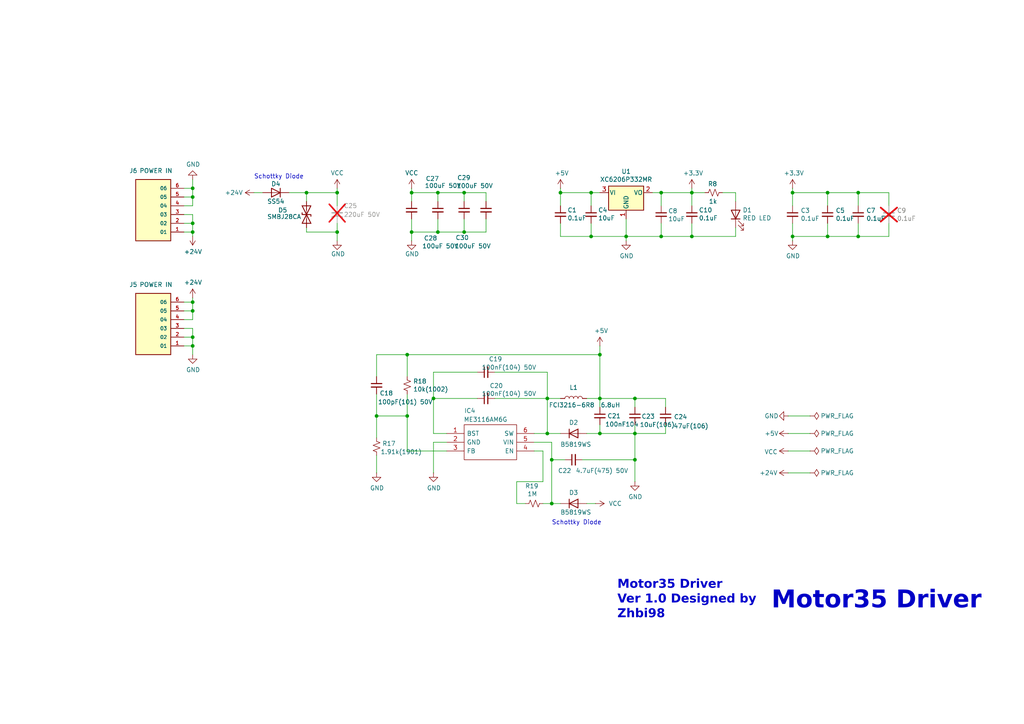
<source format=kicad_sch>
(kicad_sch (version 20231120) (generator "eeschema") (generator_version "8.0")
  (paper "A4")
  (lib_symbols
    (symbol "3rd_Connector_Generic:CONN_1x6P" (pin_names (offset 1.016))
      (property "Reference" "J" (at 0 8.89 0))
      (property "Value" "CONN_1x6P" (at -5.08 -12.7 0))
      (symbol "CONN_1x6P_0_0"
        (rectangle (start -5.08 7.62) (end 5.08 -10.16) (stroke (width 0.254)) (fill (type background)))
        (pin passive line (at -8.89 5.08 0) (length 3.81) (name "01") (number "1"))
        (pin passive line (at -8.89 2.54 0) (length 3.81) (name "02") (number "2"))
        (pin passive line (at -8.89 0 0) (length 3.81) (name "03") (number "3"))
        (pin passive line (at -8.89 -2.54 0) (length 3.81) (name "04") (number "4"))
        (pin passive line (at -8.89 -5.08 0) (length 3.81) (name "05") (number "5"))
        (pin passive line (at -8.89 -7.62 0) (length 3.81) (name "06") (number "6"))
      )
    )
    (symbol "3rd_Converter_DCDC:ME3116AM6G" (pin_names (offset 0.762))
      (property "Reference" "IC" (at 21.59 7.62 0))
      (property "Value" "ME3116AM6G" (at 21.59 5.08 0))
      (symbol "ME3116AM6G_0_0"
        (pin passive line (at 0 0 0) (length 5.08) (name "BST") (number "1"))
        (pin passive line (at 0 -2.54 0) (length 5.08) (name "GND") (number "2"))
        (pin passive line (at 0 -5.08 0) (length 5.08) (name "FB") (number "3"))
        (pin passive line (at 25.4 -5.08 180) (length 5.08) (name "EN") (number "4"))
        (pin passive line (at 25.4 -2.54 180) (length 5.08) (name "VIN") (number "5"))
        (pin passive line (at 25.4 0 180) (length 5.08) (name "SW") (number "6"))
      )
      (symbol "ME3116AM6G_0_1"
        (polyline (pts (xy 5.08 2.54) (xy 20.32 2.54) (xy 20.32 -7.62) (xy 5.08 -7.62) (xy 5.08 2.54)) (stroke (width 0.1524)))
      )
    )
    (symbol "CONN_1x6P_1" (pin_names (offset 1.016))
      (property "Reference" "J" (at 0 8.89 0))
      (property "Value" "CONN_1x6P" (at -5.08 -12.7 0))
      (symbol "CONN_1x6P_1_0_0"
        (rectangle (start -5.08 7.62) (end 5.08 -10.16) (stroke (width 0.254)) (fill (type background)))
        (pin passive line (at -8.89 5.08 0) (length 3.81) (name "01") (number "1"))
        (pin passive line (at -8.89 2.54 0) (length 3.81) (name "02") (number "2"))
        (pin passive line (at -8.89 0 0) (length 3.81) (name "03") (number "3"))
        (pin passive line (at -8.89 -2.54 0) (length 3.81) (name "04") (number "4"))
        (pin passive line (at -8.89 -5.08 0) (length 3.81) (name "05") (number "5"))
        (pin passive line (at -8.89 -7.62 0) (length 3.81) (name "06") (number "6"))
      )
    )
    (symbol "Device:C_Polarized_Small_US" (pin_numbers hide) (pin_names (offset 0.254) hide)
      (property "Reference" "C" (at 0.254 1.778 0))
      (property "Value" "C_Polarized_Small_US" (at 0.254 -2.032 0))
      (symbol "C_Polarized_Small_US_0_1"
        (polyline (pts (xy -1.524 0.508) (xy 1.524 0.508)) (stroke (width 0.3048)))
        (polyline (pts (xy -1.27 1.524) (xy -0.762 1.524)))
        (polyline (pts (xy -1.016 1.27) (xy -1.016 1.778)))
        (arc (start 1.524 -0.762) (mid 0 -0.3734) (end -1.524 -0.762) (stroke (width 0.3048)))
      )
      (symbol "C_Polarized_Small_US_1_1"
        (pin passive line (at 0 2.54 270) (length 2.032) (name "~") (number "1"))
        (pin passive line (at 0 -2.54 90) (length 2.032) (name "~") (number "2"))
      )
    )
    (symbol "Device:C_Small" (pin_numbers hide) (pin_names (offset 0.254) hide)
      (property "Reference" "C" (at 0.254 1.778 0))
      (property "Value" "C_Small" (at 0.254 -2.032 0))
      (symbol "C_Small_0_1"
        (polyline (pts (xy -1.524 -0.508) (xy 1.524 -0.508)) (stroke (width 0.3302)))
        (polyline (pts (xy -1.524 0.508) (xy 1.524 0.508)) (stroke (width 0.3048)))
      )
      (symbol "C_Small_1_1"
        (pin passive line (at 0 2.54 270) (length 2.032) (name "~") (number "1"))
        (pin passive line (at 0 -2.54 90) (length 2.032) (name "~") (number "2"))
      )
    )
    (symbol "Device:L" (pin_numbers hide) (pin_names (offset 1.016) hide)
      (property "Reference" "L" (at -1.27 0 90))
      (property "Value" "L" (at 1.905 0 90))
      (symbol "L_0_1"
        (arc (start 0 -2.54) (mid 0.6323 -1.905) (end 0 -1.27))
        (arc (start 0 -1.27) (mid 0.6323 -0.635) (end 0 0))
        (arc (start 0 0) (mid 0.6323 0.635) (end 0 1.27))
        (arc (start 0 1.27) (mid 0.6323 1.905) (end 0 2.54))
      )
      (symbol "L_1_1"
        (pin passive line (at 0 3.81 270) (length 1.27) (name "1") (number "1"))
        (pin passive line (at 0 -3.81 90) (length 1.27) (name "2") (number "2"))
      )
    )
    (symbol "Device:LED" (pin_numbers hide) (pin_names (offset 1.016) hide)
      (property "Reference" "D" (at 0 2.54 0))
      (property "Value" "LED" (at 0 -2.54 0))
      (symbol "LED_0_1"
        (polyline (pts (xy -1.27 -1.27) (xy -1.27 1.27)) (stroke (width 0.254)))
        (polyline (pts (xy -1.27 0) (xy 1.27 0)))
        (polyline (pts (xy 1.27 -1.27) (xy 1.27 1.27) (xy -1.27 0) (xy 1.27 -1.27)) (stroke (width 0.254)))
        (polyline (pts (xy -3.048 -0.762) (xy -4.572 -2.286) (xy -3.81 -2.286) (xy -4.572 -2.286) (xy -4.572 -1.524)))
        (polyline (pts (xy -1.778 -0.762) (xy -3.302 -2.286) (xy -2.54 -2.286) (xy -3.302 -2.286) (xy -3.302 -1.524)))
      )
      (symbol "LED_1_1"
        (pin passive line (at -3.81 0 0) (length 2.54) (name "K") (number "1"))
        (pin passive line (at 3.81 0 180) (length 2.54) (name "A") (number "2"))
      )
    )
    (symbol "Device:R_Small_US" (pin_numbers hide) (pin_names (offset 0.254) hide)
      (property "Reference" "R" (at 0.762 0.508 0))
      (property "Value" "R_Small_US" (at 0.762 -1.016 0))
      (symbol "R_Small_US_1_1"
        (polyline (pts (xy 0 0) (xy 1.016 -0.381) (xy 0 -0.762) (xy -1.016 -1.143) (xy 0 -1.524)))
        (polyline (pts (xy 0 1.524) (xy 1.016 1.143) (xy 0 0.762) (xy -1.016 0.381) (xy 0 0)))
        (pin passive line (at 0 2.54 270) (length 1.016) (name "~") (number "1"))
        (pin passive line (at 0 -2.54 90) (length 1.016) (name "~") (number "2"))
      )
    )
    (symbol "Diode:1N630xCA" (pin_numbers hide) (pin_names (offset 1.016) hide)
      (property "Reference" "D" (at 0 2.54 0))
      (property "Value" "1N630xCA" (at 0 -2.54 0))
      (symbol "1N630xCA_0_1"
        (polyline (pts (xy 1.27 0) (xy -1.27 0)))
        (polyline (pts (xy -2.54 -1.27) (xy 0 0) (xy -2.54 1.27) (xy -2.54 -1.27)) (stroke (width 0.254)))
        (polyline (pts (xy 0.508 1.27) (xy 0 1.27) (xy 0 -1.27) (xy -0.508 -1.27)) (stroke (width 0.254)))
        (polyline (pts (xy 2.54 1.27) (xy 2.54 -1.27) (xy 0 0) (xy 2.54 1.27)) (stroke (width 0.254)))
      )
      (symbol "1N630xCA_1_1"
        (pin passive line (at -3.81 0 0) (length 2.54) (name "A1") (number "1"))
        (pin passive line (at 3.81 0 180) (length 2.54) (name "A2") (number "2"))
      )
    )
    (symbol "Diode:1N914" (pin_numbers hide) (pin_names hide)
      (property "Reference" "D" (at 0 2.54 0))
      (property "Value" "1N914" (at 0 -2.54 0))
      (symbol "1N914_0_1"
        (polyline (pts (xy -1.27 1.27) (xy -1.27 -1.27)) (stroke (width 0.254)))
        (polyline (pts (xy 1.27 0) (xy -1.27 0)))
        (polyline (pts (xy 1.27 1.27) (xy 1.27 -1.27) (xy -1.27 0) (xy 1.27 1.27)) (stroke (width 0.254)))
      )
      (symbol "1N914_1_1"
        (pin passive line (at -3.81 0 0) (length 2.54) (name "K") (number "1"))
        (pin passive line (at 3.81 0 180) (length 2.54) (name "A") (number "2"))
      )
    )
    (symbol "Regulator_Linear:XC6206PxxxMR" (pin_names (offset 0.254))
      (property "Reference" "U" (at -3.81 3.175 0))
      (property "Value" "XC6206PxxxMR" (at 0 3.175 0))
      (symbol "XC6206PxxxMR_0_1"
        (rectangle (start -5.08 1.905) (end 5.08 -5.08) (stroke (width 0.254)) (fill (type background)))
      )
      (symbol "XC6206PxxxMR_1_1"
        (pin power_in line (at 0 -7.62 90) (length 2.54) (name "GND") (number "1"))
        (pin power_out line (at 7.62 0 180) (length 2.54) (name "VO") (number "2"))
        (pin power_in line (at -7.62 0 0) (length 2.54) (name "VI") (number "3"))
      )
    )
    (symbol "power:+24V" (power) (pin_numbers hide) (pin_names (offset 0) hide)
      (property "Value" "+24V" (at 0 3.556 0))
      (symbol "+24V_0_1"
        (polyline (pts (xy -0.762 1.27) (xy 0 2.54)))
        (polyline (pts (xy 0 0) (xy 0 2.54)))
        (polyline (pts (xy 0 2.54) (xy 0.762 1.27)))
      )
      (symbol "+24V_1_1"
        (pin power_in line (at 0 0 90) (length 0) (name "~") (number "1"))
      )
    )
    (symbol "power:+3.3V" (power) (pin_numbers hide) (pin_names (offset 0) hide)
      (property "Value" "+3.3V" (at 0 3.556 0))
      (symbol "+3.3V_0_1"
        (polyline (pts (xy -0.762 1.27) (xy 0 2.54)))
        (polyline (pts (xy 0 0) (xy 0 2.54)))
        (polyline (pts (xy 0 2.54) (xy 0.762 1.27)))
      )
      (symbol "+3.3V_1_1"
        (pin power_in line (at 0 0 90) (length 0) (name "~") (number "1"))
      )
    )
    (symbol "power:+5V" (power) (pin_numbers hide) (pin_names (offset 0) hide)
      (property "Value" "+5V" (at 0 3.556 0))
      (symbol "+5V_0_1"
        (polyline (pts (xy -0.762 1.27) (xy 0 2.54)))
        (polyline (pts (xy 0 0) (xy 0 2.54)))
        (polyline (pts (xy 0 2.54) (xy 0.762 1.27)))
      )
      (symbol "+5V_1_1"
        (pin power_in line (at 0 0 90) (length 0) (name "~") (number "1"))
      )
    )
    (symbol "power:GND" (power) (pin_numbers hide) (pin_names (offset 0) hide)
      (property "Value" "GND" (at 0 -3.81 0))
      (symbol "GND_0_1"
        (polyline (pts (xy 0 0) (xy 0 -1.27) (xy 1.27 -1.27) (xy 0 -2.54) (xy -1.27 -1.27) (xy 0 -1.27)))
      )
      (symbol "GND_1_1"
        (pin power_in line (at 0 0 270) (length 0) (name "~") (number "1"))
      )
    )
    (symbol "power:PWR_FLAG" (power) (pin_numbers hide) (pin_names (offset 0) hide)
      (property "Value" "PWR_FLAG" (at 0 3.81 0))
      (symbol "PWR_FLAG_0_0"
        (pin power_out line (at 0 0 90) (length 0) (name "~") (number "1"))
      )
      (symbol "PWR_FLAG_0_1"
        (polyline (pts (xy 0 0) (xy 0 1.27) (xy -1.016 1.905) (xy 0 2.54) (xy 1.016 1.905) (xy 0 1.27)))
      )
    )
    (symbol "power:VCC" (power) (pin_numbers hide) (pin_names (offset 0) hide)
      (property "Value" "VCC" (at 0 3.556 0))
      (symbol "VCC_0_1"
        (polyline (pts (xy -0.762 1.27) (xy 0 2.54)))
        (polyline (pts (xy 0 0) (xy 0 2.54)))
        (polyline (pts (xy 0 2.54) (xy 0.762 1.27)))
      )
      (symbol "VCC_1_1"
        (pin power_in line (at 0 0 90) (length 0) (name "~") (number "1"))
      )
    )
  )
  (junction (at 55.88 64.77))
  (junction (at 173.99 102.87))
  (junction (at 191.77 55.88))
  (junction (at 173.99 115.57))
  (junction (at 134.62 67.31))
  (junction (at 118.11 120.65))
  (junction (at 55.88 90.17))
  (junction (at 134.62 55.88))
  (junction (at 55.88 67.31))
  (junction (at 127 67.31))
  (junction (at 229.87 55.88))
  (junction (at 158.75 125.73))
  (junction (at 173.99 125.73))
  (junction (at 191.77 68.58))
  (junction (at 88.9 55.88))
  (junction (at 181.61 68.58))
  (junction (at 160.02 146.05))
  (junction (at 55.88 87.63))
  (junction (at 118.11 102.87))
  (junction (at 55.88 97.79))
  (junction (at 240.03 55.88))
  (junction (at 200.66 68.58))
  (junction (at 158.75 115.57))
  (junction (at 55.88 54.61))
  (junction (at 200.66 55.88))
  (junction (at 119.38 55.88))
  (junction (at 248.92 55.88))
  (junction (at 171.45 68.58))
  (junction (at 127 55.88))
  (junction (at 248.92 68.58))
  (junction (at 125.73 115.57))
  (junction (at 184.15 125.73))
  (junction (at 240.03 68.58))
  (junction (at 97.79 67.31))
  (junction (at 119.38 67.31))
  (junction (at 109.22 120.65))
  (junction (at 97.79 55.88))
  (junction (at 162.56 55.88))
  (junction (at 160.02 133.35))
  (junction (at 55.88 100.33))
  (junction (at 229.87 68.58))
  (junction (at 171.45 55.88))
  (junction (at 184.15 133.35))
  (junction (at 184.15 115.57))
  (junction (at 55.88 57.15))
  (wire (pts (xy 97.79 54.61) (xy 97.79 55.88)))
  (wire (pts (xy 109.22 120.65) (xy 109.22 127)))
  (wire (pts (xy 143.51 107.95) (xy 158.75 107.95)))
  (wire (pts (xy 171.45 55.88) (xy 173.99 55.88)))
  (wire (pts (xy 138.43 115.57) (xy 125.73 115.57)))
  (wire (pts (xy 229.87 54.61) (xy 229.87 55.88)))
  (wire (pts (xy 53.34 57.15) (xy 55.88 57.15)))
  (wire (pts (xy 200.66 55.88) (xy 204.47 55.88)))
  (wire (pts (xy 184.15 123.19) (xy 184.15 125.73)))
  (wire (pts (xy 257.81 68.58) (xy 257.81 64.77)))
  (wire (pts (xy 184.15 133.35) (xy 184.15 139.7)))
  (wire (pts (xy 240.03 68.58) (xy 248.92 68.58)))
  (wire (pts (xy 229.87 55.88) (xy 229.87 59.69)))
  (wire (pts (xy 53.34 54.61) (xy 55.88 54.61)))
  (wire (pts (xy 119.38 67.31) (xy 119.38 69.85)))
  (wire (pts (xy 234.95 130.81) (xy 228.6 130.81)))
  (wire (pts (xy 53.34 92.71) (xy 55.88 92.71)))
  (wire (pts (xy 55.88 54.61) (xy 55.88 52.07)))
  (wire (pts (xy 129.54 125.73) (xy 125.73 125.73)))
  (wire (pts (xy 173.99 115.57) (xy 173.99 118.11)))
  (wire (pts (xy 55.88 57.15) (xy 55.88 54.61)))
  (wire (pts (xy 158.75 115.57) (xy 158.75 125.73)))
  (wire (pts (xy 200.66 59.69) (xy 200.66 55.88)))
  (wire (pts (xy 149.86 139.7) (xy 157.48 139.7)))
  (wire (pts (xy 160.02 133.35) (xy 163.83 133.35)))
  (wire (pts (xy 240.03 64.77) (xy 240.03 68.58)))
  (wire (pts (xy 173.99 115.57) (xy 184.15 115.57)))
  (wire (pts (xy 162.56 64.77) (xy 162.56 68.58)))
  (wire (pts (xy 53.34 95.25) (xy 55.88 95.25)))
  (wire (pts (xy 134.62 67.31) (xy 140.97 67.31)))
  (wire (pts (xy 55.88 64.77) (xy 55.88 67.31)))
  (wire (pts (xy 154.94 130.81) (xy 157.48 130.81)))
  (wire (pts (xy 55.88 57.15) (xy 55.88 59.69)))
  (wire (pts (xy 248.92 64.77) (xy 248.92 68.58)))
  (wire (pts (xy 53.34 64.77) (xy 55.88 64.77)))
  (wire (pts (xy 181.61 68.58) (xy 191.77 68.58)))
  (wire (pts (xy 55.88 90.17) (xy 55.88 92.71)))
  (wire (pts (xy 173.99 100.33) (xy 173.99 102.87)))
  (wire (pts (xy 125.73 107.95) (xy 125.73 115.57)))
  (wire (pts (xy 191.77 68.58) (xy 200.66 68.58)))
  (wire (pts (xy 97.79 67.31) (xy 88.9 67.31)))
  (wire (pts (xy 171.45 64.77) (xy 171.45 68.58)))
  (wire (pts (xy 127 67.31) (xy 134.62 67.31)))
  (wire (pts (xy 97.79 55.88) (xy 88.9 55.88)))
  (wire (pts (xy 229.87 64.77) (xy 229.87 68.58)))
  (wire (pts (xy 248.92 55.88) (xy 240.03 55.88)))
  (wire (pts (xy 170.18 146.05) (xy 172.72 146.05)))
  (wire (pts (xy 248.92 59.69) (xy 248.92 55.88)))
  (wire (pts (xy 184.15 115.57) (xy 193.04 115.57)))
  (wire (pts (xy 173.99 102.87) (xy 173.99 115.57)))
  (wire (pts (xy 53.34 100.33) (xy 55.88 100.33)))
  (wire (pts (xy 119.38 54.61) (xy 119.38 55.88)))
  (wire (pts (xy 171.45 59.69) (xy 171.45 55.88)))
  (wire (pts (xy 134.62 55.88) (xy 127 55.88)))
  (wire (pts (xy 162.56 55.88) (xy 162.56 59.69)))
  (wire (pts (xy 200.66 55.88) (xy 200.66 54.61)))
  (wire (pts (xy 193.04 123.19) (xy 193.04 125.73)))
  (wire (pts (xy 119.38 55.88) (xy 119.38 58.42)))
  (wire (pts (xy 53.34 62.23) (xy 55.88 62.23)))
  (wire (pts (xy 125.73 128.27) (xy 129.54 128.27)))
  (wire (pts (xy 257.81 59.69) (xy 257.81 55.88)))
  (wire (pts (xy 158.75 125.73) (xy 154.94 125.73)))
  (wire (pts (xy 173.99 125.73) (xy 170.18 125.73)))
  (wire (pts (xy 193.04 118.11) (xy 193.04 115.57)))
  (wire (pts (xy 55.88 67.31) (xy 55.88 68.58)))
  (wire (pts (xy 234.95 120.65) (xy 228.6 120.65)))
  (wire (pts (xy 229.87 68.58) (xy 240.03 68.58)))
  (wire (pts (xy 181.61 69.85) (xy 181.61 68.58)))
  (wire (pts (xy 184.15 115.57) (xy 184.15 118.11)))
  (wire (pts (xy 162.56 68.58) (xy 171.45 68.58)))
  (wire (pts (xy 55.88 97.79) (xy 55.88 100.33)))
  (wire (pts (xy 118.11 114.3) (xy 118.11 120.65)))
  (wire (pts (xy 160.02 133.35) (xy 160.02 146.05)))
  (wire (pts (xy 109.22 120.65) (xy 118.11 120.65)))
  (wire (pts (xy 134.62 63.5) (xy 134.62 67.31)))
  (wire (pts (xy 213.36 68.58) (xy 213.36 66.04)))
  (wire (pts (xy 191.77 64.77) (xy 191.77 68.58)))
  (wire (pts (xy 109.22 102.87) (xy 109.22 109.22)))
  (wire (pts (xy 229.87 68.58) (xy 229.87 69.85)))
  (wire (pts (xy 119.38 67.31) (xy 127 67.31)))
  (wire (pts (xy 184.15 125.73) (xy 193.04 125.73)))
  (wire (pts (xy 170.18 115.57) (xy 173.99 115.57)))
  (wire (pts (xy 109.22 114.3) (xy 109.22 120.65)))
  (wire (pts (xy 55.88 100.33) (xy 55.88 102.87)))
  (wire (pts (xy 140.97 55.88) (xy 140.97 58.42)))
  (wire (pts (xy 213.36 58.42) (xy 213.36 55.88)))
  (wire (pts (xy 125.73 107.95) (xy 138.43 107.95)))
  (wire (pts (xy 158.75 125.73) (xy 162.56 125.73)))
  (wire (pts (xy 157.48 146.05) (xy 160.02 146.05)))
  (wire (pts (xy 240.03 59.69) (xy 240.03 55.88)))
  (wire (pts (xy 171.45 68.58) (xy 181.61 68.58)))
  (wire (pts (xy 119.38 63.5) (xy 119.38 67.31)))
  (wire (pts (xy 162.56 54.61) (xy 162.56 55.88)))
  (wire (pts (xy 168.91 133.35) (xy 184.15 133.35)))
  (wire (pts (xy 184.15 125.73) (xy 184.15 133.35)))
  (wire (pts (xy 88.9 55.88) (xy 88.9 58.42)))
  (wire (pts (xy 118.11 102.87) (xy 173.99 102.87)))
  (wire (pts (xy 53.34 87.63) (xy 55.88 87.63)))
  (wire (pts (xy 157.48 130.81) (xy 157.48 139.7)))
  (wire (pts (xy 173.99 123.19) (xy 173.99 125.73)))
  (wire (pts (xy 118.11 102.87) (xy 118.11 109.22)))
  (wire (pts (xy 143.51 115.57) (xy 158.75 115.57)))
  (wire (pts (xy 53.34 59.69) (xy 55.88 59.69)))
  (wire (pts (xy 55.88 97.79) (xy 55.88 95.25)))
  (wire (pts (xy 209.55 55.88) (xy 213.36 55.88)))
  (wire (pts (xy 53.34 97.79) (xy 55.88 97.79)))
  (wire (pts (xy 55.88 64.77) (xy 55.88 62.23)))
  (wire (pts (xy 234.95 125.73) (xy 228.6 125.73)))
  (wire (pts (xy 140.97 63.5) (xy 140.97 67.31)))
  (wire (pts (xy 88.9 66.04) (xy 88.9 67.31)))
  (wire (pts (xy 127 63.5) (xy 127 67.31)))
  (wire (pts (xy 53.34 67.31) (xy 55.88 67.31)))
  (wire (pts (xy 160.02 128.27) (xy 160.02 133.35)))
  (wire (pts (xy 125.73 115.57) (xy 125.73 125.73)))
  (wire (pts (xy 53.34 90.17) (xy 55.88 90.17)))
  (wire (pts (xy 240.03 55.88) (xy 229.87 55.88)))
  (wire (pts (xy 257.81 55.88) (xy 248.92 55.88)))
  (wire (pts (xy 248.92 68.58) (xy 257.81 68.58)))
  (wire (pts (xy 200.66 64.77) (xy 200.66 68.58)))
  (wire (pts (xy 162.56 55.88) (xy 171.45 55.88)))
  (wire (pts (xy 189.23 55.88) (xy 191.77 55.88)))
  (wire (pts (xy 152.4 146.05) (xy 149.86 146.05)))
  (wire (pts (xy 140.97 55.88) (xy 134.62 55.88)))
  (wire (pts (xy 191.77 59.69) (xy 191.77 55.88)))
  (wire (pts (xy 55.88 90.17) (xy 55.88 87.63)))
  (wire (pts (xy 191.77 55.88) (xy 200.66 55.88)))
  (wire (pts (xy 234.95 137.16) (xy 228.6 137.16)))
  (wire (pts (xy 154.94 128.27) (xy 160.02 128.27)))
  (wire (pts (xy 83.82 55.88) (xy 88.9 55.88)))
  (wire (pts (xy 97.79 67.31) (xy 97.79 69.85)))
  (wire (pts (xy 127 55.88) (xy 127 58.42)))
  (wire (pts (xy 97.79 64.77) (xy 97.79 67.31)))
  (wire (pts (xy 200.66 68.58) (xy 213.36 68.58)))
  (wire (pts (xy 118.11 130.81) (xy 129.54 130.81)))
  (wire (pts (xy 173.99 125.73) (xy 184.15 125.73)))
  (wire (pts (xy 109.22 102.87) (xy 118.11 102.87)))
  (wire (pts (xy 73.66 55.88) (xy 76.2 55.88)))
  (wire (pts (xy 158.75 107.95) (xy 158.75 115.57)))
  (wire (pts (xy 118.11 120.65) (xy 118.11 130.81)))
  (wire (pts (xy 134.62 55.88) (xy 134.62 58.42)))
  (wire (pts (xy 181.61 63.5) (xy 181.61 68.58)))
  (wire (pts (xy 109.22 132.08) (xy 109.22 137.16)))
  (wire (pts (xy 158.75 115.57) (xy 162.56 115.57)))
  (wire (pts (xy 127 55.88) (xy 119.38 55.88)))
  (wire (pts (xy 55.88 87.63) (xy 55.88 86.36)))
  (wire (pts (xy 97.79 55.88) (xy 97.79 59.69)))
  (wire (pts (xy 125.73 128.27) (xy 125.73 137.16)))
  (wire (pts (xy 160.02 146.05) (xy 162.56 146.05)))
  (wire (pts (xy 149.86 146.05) (xy 149.86 139.7)))
  (text "Schottky Diode" (at 160.02 152.4 0) (effects (font (size 1.27 1.27)) (justify left bottom)))
  (text "Motor35 Driver\nVer 1.0 Designed by\nZhbi98" (at 179.07 180.34 0) (effects (font (size 2.54 2.54) (bold yes)) (justify left bottom)))
  (text "Schottky Diode" (at 73.66 52.07 0) (effects (font (size 1.27 1.27)) (justify left bottom)))
  (text "Motor35 Driver" (at 223.774 178.562 0) (effects (font (size 5.08 5.08) (thickness 0.508) (bold yes) (italic yes)) (justify left bottom)))
  (symbol (lib_id "Device:C_Small") (at 240.03 62.23 0) (unit 1)
    (property "Reference" "C5" (at 242.3668 61.0616 0) (effects (justify left)))
    (property "Value" "0.1uF" (at 242.3668 63.373 0) (effects (justify left)))
    (property "Footprint" "Capacitor_SMD:C_0603_1608Metric" (effects (hide yes)))
    (property "Description" "Unpolarized capacitor, small symbol" (effects (hide yes)))
  )
  (symbol (lib_id "Device:C_Small") (at 119.38 60.96 0) (unit 1)
    (property "Reference" "C27" (at 123.444 51.816 0) (effects (justify left)))
    (property "Value" "100uF 50V" (at 123.19 53.848 0) (effects (justify left)))
    (property "Footprint" "Capacitor_SMD:C_1206_3216Metric" (effects (hide yes)))
    (property "Description" "Unpolarized capacitor, small symbol" (effects (hide yes)))
  )
  (symbol (lib_id "power:GND") (at 55.88 52.07 0) (mirror x) (unit 1)
    (property "Reference" "#PWR051" (effects (hide yes)))
    (property "Value" "GND" (at 56.007 47.6758 0))
    (property "Description" "Power symbol creates a global label with name \"GND\" , ground" (effects (hide yes)))
  )
  (symbol (lib_id "Device:C_Small") (at 200.66 62.23 0) (unit 1)
    (property "Reference" "C10" (at 202.692 60.9346 0) (effects (justify left)))
    (property "Value" "0.1uF" (at 202.692 63.246 0) (effects (justify left)))
    (property "Footprint" "Capacitor_SMD:C_0603_1608Metric" (effects (hide yes)))
    (property "Description" "Unpolarized capacitor, small symbol" (effects (hide yes)))
  )
  (symbol (lib_id "power:+5V") (at 228.6 125.73 90) (unit 1)
    (property "Reference" "#PWR050" (effects (hide yes)))
    (property "Value" "+5V" (at 223.774 125.73 90))
    (property "Description" "Power symbol creates a global label with name \"+5V\"" (effects (hide yes)))
  )
  (symbol (lib_id "Device:C_Small") (at 193.04 120.65 0) (unit 1)
    (property "Reference" "C24" (at 195.453 120.904 0) (effects (justify left)))
    (property "Value" "47uF(106)" (at 195.326 123.571 0) (effects (justify left)))
    (property "Footprint" "Capacitor_SMD:C_0603_1608Metric" (effects (hide yes)))
    (property "Description" "Unpolarized capacitor, small symbol" (effects (hide yes)))
  )
  (symbol (lib_id "Diode:1N914") (at 80.01 55.88 180) (unit 1)
    (property "Reference" "D4" (at 80.01 53.34 0))
    (property "Value" "SS54" (at 80.01 58.42 0))
    (property "Footprint" "Diode_SMD:D_SMA" (effects (hide yes)))
    (property "Datasheet" "http://www.vishay.com/docs/85622/1n914.pdf" (effects (hide yes)))
    (property "Description" "100V 0.3A Small Signal Fast Switching Diode, DO-35" (effects (hide yes)))
    (property "Sim.Device" "D" (effects (hide yes)))
    (property "Sim.Pins" "1=K 2=A" (effects (hide yes)))
  )
  (symbol (lib_id "Device:C_Small") (at 127 60.96 0) (unit 1)
    (property "Reference" "C28" (at 122.936 69.088 0) (effects (justify left)))
    (property "Value" "100uF 50V" (at 122.428 71.374 0) (effects (justify left)))
    (property "Footprint" "Capacitor_SMD:C_1206_3216Metric" (effects (hide yes)))
    (property "Description" "Unpolarized capacitor, small symbol" (effects (hide yes)))
  )
  (symbol (lib_id "3rd_Converter_DCDC:ME3116AM6G") (at 129.54 125.73 0) (unit 1)
    (property "Reference" "IC4" (at 136.271 119.126 0))
    (property "Value" "ME3116AM6G" (at 140.843 121.666 0))
    (property "Footprint" "3rd_Converter_DCDC:SOT-23-6_L2.7-W2.2-P0.95_ME3116AM6G" (effects (hide yes)))
    (property "Datasheet" "https://componentsearchengine.com/Datasheets/1/ME3116AM6G.pdf" (effects (hide yes)))
    (property "Description" "Switching Voltage Regulators 600mA 36V 2MHz Non-sync Buck" (effects (hide yes)))
    (property "Height" "1.45" (effects (hide yes)))
    (property "Manufacturer_Name" "Monolithic Power Systems (MPS)" (effects (hide yes)))
    (property "Manufacturer_Part_Number" "ME3116AM6G" (effects (hide yes)))
    (property "Mouser Part Number" "946-MP2451DTLFZ" (effects (hide yes)))
    (property "Mouser Price/Stock" "https://www.mouser.co.uk/ProductDetail/Monolithic-Power-Systems-MPS/ME3116AM6G?qs=rC7bBWoQAAn%252B7%252BeP%252Btpamw%3D%3D" (effects (hide yes)))
  )
  (symbol (lib_id "Device:C_Small") (at 140.97 60.96 0) (unit 1)
    (property "Reference" "C30" (at 132.1054 68.9356 0) (effects (justify left)))
    (property "Value" "100uF 50V" (at 131.826 71.374 0) (effects (justify left)))
    (property "Footprint" "Capacitor_SMD:C_1206_3216Metric" (effects (hide yes)))
    (property "Description" "Unpolarized capacitor, small symbol" (effects (hide yes)))
  )
  (symbol (lib_id "power:VCC") (at 228.6 130.81 90) (unit 1)
    (property "Reference" "#PWR049" (effects (hide yes)))
    (property "Value" "VCC" (at 225.552 131.064 90) (effects (justify left)))
    (property "Description" "Power symbol creates a global label with name \"VCC\"" (effects (hide yes)))
  )
  (symbol (lib_id "power:VCC") (at 172.72 146.05 270) (unit 1)
    (property "Reference" "#PWR035" (effects (hide yes)))
    (property "Value" "VCC" (at 176.53 146.0499 90) (effects (justify left)))
    (property "Description" "Power symbol creates a global label with name \"VCC\"" (effects (hide yes)))
  )
  (symbol (lib_id "Device:R_Small_US") (at 118.11 111.76 0) (unit 1)
    (property "Reference" "R18" (at 119.8372 110.5916 0) (effects (justify left)))
    (property "Value" "10k(1002)" (at 119.8372 112.903 0) (effects (justify left)))
    (property "Footprint" "Resistor_SMD:R_0603_1608Metric" (effects (hide yes)))
    (property "Description" "Resistor, small US symbol" (effects (hide yes)))
  )
  (symbol (lib_id "power:PWR_FLAG") (at 234.95 120.65 270) (unit 1)
    (property "Reference" "#FLG04" (effects (hide yes)))
    (property "Value" "PWR_FLAG" (at 242.824 120.65 90))
    (property "Description" "Special symbol for telling ERC where power comes from" (effects (hide yes)))
  )
  (symbol (lib_id "Device:R_Small_US") (at 109.22 129.54 0) (unit 1)
    (property "Reference" "R17" (at 110.871 128.651 0) (effects (justify left)))
    (property "Value" "1.91k(1901)" (at 110.363 131.064 0) (effects (justify left)))
    (property "Footprint" "Resistor_SMD:R_0603_1608Metric" (effects (hide yes)))
    (property "Description" "Resistor, small US symbol" (effects (hide yes)))
  )
  (symbol (lib_id "Device:C_Polarized_Small_US") (at 97.79 62.23 0) (unit 1) (in_bom no) (on_board no) (dnp yes)
    (property "Reference" "C25" (at 99.695 59.69 0) (effects (justify left)))
    (property "Value" "220uF 50V" (at 99.695 62.23 0) (effects (justify left)))
    (property "Footprint" "Capacitor_SMD:CP_Elec_4x3" (effects (hide yes)))
    (property "Description" "Polarized capacitor, small US symbol" (effects (hide yes)))
  )
  (symbol (lib_id "Diode:1N914") (at 166.37 146.05 0) (unit 1)
    (property "Reference" "D3" (at 166.37 142.875 0))
    (property "Value" "B5819WS" (at 167.005 148.59 0))
    (property "Footprint" "Diode_SMD:D_0805_2012Metric" (effects (hide yes)))
    (property "Datasheet" "http://www.vishay.com/docs/85622/1n914.pdf" (effects (hide yes)))
    (property "Description" "100V 0.3A Small Signal Fast Switching Diode, DO-35" (effects (hide yes)))
    (property "Sim.Device" "D" (effects (hide yes)))
    (property "Sim.Pins" "1=K 2=A" (effects (hide yes)))
  )
  (symbol (lib_id "Device:C_Small") (at 171.45 62.23 0) (unit 1)
    (property "Reference" "C4" (at 173.482 60.9346 0) (effects (justify left)))
    (property "Value" "10uF" (at 173.482 63.246 0) (effects (justify left)))
    (property "Footprint" "Capacitor_SMD:C_0603_1608Metric" (effects (hide yes)))
    (property "Description" "Unpolarized capacitor, small symbol" (effects (hide yes)))
  )
  (symbol (lib_id "Regulator_Linear:XC6206PxxxMR") (at 181.61 55.88 0) (unit 1)
    (property "Reference" "U1" (at 181.61 49.7332 0))
    (property "Value" "XC6206P332MR" (at 181.61 52.0446 0))
    (property "Footprint" "Package_TO_SOT_SMD:SOT-23" (effects (hide yes)))
    (property "Datasheet" "https://www.torexsemi.com/file/xc6206/XC6206.pdf" (effects (hide yes)))
    (property "Description" "Positive 60-250mA Low Dropout Regulator, Fixed Output, SOT-23" (effects (hide yes)))
  )
  (symbol (lib_id "power:VCC") (at 97.79 54.61 0) (unit 1)
    (property "Reference" "#PWR037" (effects (hide yes)))
    (property "Value" "VCC" (at 95.885 50.165 0) (effects (justify left)))
    (property "Description" "Power symbol creates a global label with name \"VCC\"" (effects (hide yes)))
  )
  (symbol (lib_id "Device:C_Small") (at 248.92 62.23 0) (unit 1)
    (property "Reference" "C7" (at 251.2568 61.0616 0) (effects (justify left)))
    (property "Value" "0.1uF" (at 251.2568 63.373 0) (effects (justify left)))
    (property "Footprint" "Capacitor_SMD:C_0603_1608Metric" (effects (hide yes)))
    (property "Description" "Unpolarized capacitor, small symbol" (effects (hide yes)))
  )
  (symbol (lib_id "power:+24V") (at 228.6 137.16 90) (unit 1)
    (property "Reference" "#PWR048" (effects (hide yes)))
    (property "Value" "+24V" (at 225.552 137.16 90) (effects (justify left)))
    (property "Description" "Power symbol creates a global label with name \"+24V\"" (effects (hide yes)))
  )
  (symbol (lib_id "Device:C_Small") (at 166.37 133.35 90) (unit 1)
    (property "Reference" "C22" (at 165.735 136.525 90) (effects (justify left)))
    (property "Value" "4.7uF(475) 50V" (at 182.245 136.525 90) (effects (justify left)))
    (property "Footprint" "Capacitor_SMD:C_1206_3216Metric" (effects (hide yes)))
    (property "Description" "Unpolarized capacitor, small symbol" (effects (hide yes)))
  )
  (symbol (lib_id "power:GND") (at 184.15 139.7 0) (unit 1)
    (property "Reference" "#PWR036" (effects (hide yes)))
    (property "Value" "GND" (at 184.277 144.0942 0))
    (property "Description" "Power symbol creates a global label with name \"GND\" , ground" (effects (hide yes)))
  )
  (symbol (lib_id "Diode:1N914") (at 166.37 125.73 0) (unit 1)
    (property "Reference" "D2" (at 166.37 122.555 0))
    (property "Value" "B5819WS" (at 167.005 128.905 0))
    (property "Footprint" "Diode_SMD:D_0805_2012Metric" (effects (hide yes)))
    (property "Datasheet" "http://www.vishay.com/docs/85622/1n914.pdf" (effects (hide yes)))
    (property "Description" "100V 0.3A Small Signal Fast Switching Diode, DO-35" (effects (hide yes)))
    (property "Sim.Device" "D" (effects (hide yes)))
    (property "Sim.Pins" "1=K 2=A" (effects (hide yes)))
  )
  (symbol (lib_id "3rd_Connector_Generic:CONN_1x6P") (at 44.45 95.25 180) (unit 1)
    (property "Reference" "J5" (at 39.878 82.55 0) (effects (justify left)))
    (property "Value" "POWER IN" (at 50.038 82.55 0) (effects (justify left)))
    (property "Footprint" "3rd_Connector_JST_SMD:CONN-SMD_1x6P-P2.0-H_WAFER-PH2.0-6PWB" (effects (hide yes)))
    (property "MANUFACTURER" "SAMTEC" (effects (hide yes)))
  )
  (symbol (lib_id "power:+24V") (at 73.66 55.88 90) (unit 1)
    (property "Reference" "#PWR0108" (effects (hide yes)))
    (property "Value" "+24V" (at 70.485 55.8799 90) (effects (justify left)))
    (property "Description" "Power symbol creates a global label with name \"+24V\"" (effects (hide yes)))
  )
  (symbol (lib_id "power:+5V") (at 162.56 54.61 0) (unit 1)
    (property "Reference" "#PWR010" (effects (hide yes)))
    (property "Value" "+5V" (at 162.941 50.2158 0))
    (property "Description" "Power symbol creates a global label with name \"+5V\"" (effects (hide yes)))
  )
  (symbol (lib_id "power:GND") (at 181.61 69.85 0) (unit 1)
    (property "Reference" "#PWR019" (effects (hide yes)))
    (property "Value" "GND" (at 181.737 74.2442 0))
    (property "Description" "Power symbol creates a global label with name \"GND\" , ground" (effects (hide yes)))
  )
  (symbol (lib_id "power:+3.3V") (at 200.66 54.61 0) (unit 1)
    (property "Reference" "#PWR020" (effects (hide yes)))
    (property "Value" "+3.3V" (at 201.041 50.2158 0))
    (property "Description" "Power symbol creates a global label with name \"+3.3V\"" (effects (hide yes)))
  )
  (symbol (lib_id "power:+3.3V") (at 229.87 54.61 0) (unit 1)
    (property "Reference" "#PWR011" (effects (hide yes)))
    (property "Value" "+3.3V" (at 230.251 50.2158 0))
    (property "Description" "Power symbol creates a global label with name \"+3.3V\"" (effects (hide yes)))
  )
  (symbol (lib_id "Device:C_Small") (at 229.87 62.23 0) (unit 1)
    (property "Reference" "C3" (at 232.2068 61.0616 0) (effects (justify left)))
    (property "Value" "0.1uF" (at 232.2068 63.373 0) (effects (justify left)))
    (property "Footprint" "Capacitor_SMD:C_0603_1608Metric" (effects (hide yes)))
    (property "Description" "Unpolarized capacitor, small symbol" (effects (hide yes)))
  )
  (symbol (lib_id "Device:LED") (at 213.36 62.23 90) (unit 1)
    (property "Reference" "D1" (at 215.392 60.9346 90) (effects (justify right)))
    (property "Value" "RED LED" (at 215.392 63.246 90) (effects (justify right)))
    (property "Footprint" "LED_SMD:LED_0603_1608Metric" (effects (hide yes)))
    (property "Description" "Light emitting diode" (effects (hide yes)))
  )
  (symbol (lib_id "Device:C_Small") (at 191.77 62.23 0) (unit 1)
    (property "Reference" "C8" (at 193.802 61.1886 0) (effects (justify left)))
    (property "Value" "10uF" (at 193.802 63.5 0) (effects (justify left)))
    (property "Footprint" "Capacitor_SMD:C_0603_1608Metric" (effects (hide yes)))
    (property "Description" "Unpolarized capacitor, small symbol" (effects (hide yes)))
  )
  (symbol (lib_id "Device:R_Small_US") (at 154.94 146.05 90) (unit 1)
    (property "Reference" "R19" (at 156.21 140.97 90) (effects (justify left)))
    (property "Value" "1M" (at 155.829 143.256 90) (effects (justify left)))
    (property "Footprint" "Resistor_SMD:R_0603_1608Metric" (effects (hide yes)))
    (property "Description" "Resistor, small US symbol" (effects (hide yes)))
  )
  (symbol (lib_id "power:GND") (at 125.73 137.16 0) (unit 1)
    (property "Reference" "#PWR033" (effects (hide yes)))
    (property "Value" "GND" (at 125.857 141.5542 0))
    (property "Description" "Power symbol creates a global label with name \"GND\" , ground" (effects (hide yes)))
  )
  (symbol (lib_id "power:PWR_FLAG") (at 234.95 137.16 270) (unit 1)
    (property "Reference" "#FLG06" (effects (hide yes)))
    (property "Value" "PWR_FLAG" (at 242.824 137.16 90))
    (property "Description" "Special symbol for telling ERC where power comes from" (effects (hide yes)))
  )
  (symbol (lib_id "power:GND") (at 229.87 69.85 0) (unit 1)
    (property "Reference" "#PWR014" (effects (hide yes)))
    (property "Value" "GND" (at 229.997 74.2442 0))
    (property "Description" "Power symbol creates a global label with name \"GND\" , ground" (effects (hide yes)))
  )
  (symbol (lib_name "CONN_1x6P_1") (lib_id "3rd_Connector_Generic:CONN_1x6P") (at 44.45 62.23 180) (unit 1)
    (property "Reference" "J6" (at 39.878 49.53 0) (effects (justify left)))
    (property "Value" "POWER IN" (at 50.038 49.53 0) (effects (justify left)))
    (property "Footprint" "3rd_Connector_JST_SMD:CONN-SMD_1x6P-P2.0-H_WAFER-PH2.0-6PWB" (effects (hide yes)))
    (property "MANUFACTURER" "SAMTEC" (effects (hide yes)))
  )
  (symbol (lib_id "power:+24V") (at 55.88 86.36 0) (unit 1)
    (property "Reference" "#PWR01" (effects (hide yes)))
    (property "Value" "+24V" (at 53.34 81.915 0) (effects (justify left)))
    (property "Description" "Power symbol creates a global label with name \"+24V\"" (effects (hide yes)))
  )
  (symbol (lib_id "power:GND") (at 55.88 102.87 0) (unit 1)
    (property "Reference" "#PWR02" (effects (hide yes)))
    (property "Value" "GND" (at 56.007 107.2642 0))
    (property "Description" "Power symbol creates a global label with name \"GND\" , ground" (effects (hide yes)))
  )
  (symbol (lib_id "Device:C_Small") (at 162.56 62.23 0) (unit 1)
    (property "Reference" "C1" (at 164.592 60.9346 0) (effects (justify left)))
    (property "Value" "0.1uF" (at 164.592 63.246 0) (effects (justify left)))
    (property "Footprint" "Capacitor_SMD:C_0603_1608Metric" (effects (hide yes)))
    (property "Description" "Unpolarized capacitor, small symbol" (effects (hide yes)))
  )
  (symbol (lib_id "power:VCC") (at 119.38 54.61 0) (unit 1)
    (property "Reference" "#PWR045" (effects (hide yes)))
    (property "Value" "VCC" (at 117.475 50.165 0) (effects (justify left)))
    (property "Description" "Power symbol creates a global label with name \"VCC\"" (effects (hide yes)))
  )
  (symbol (lib_id "Device:C_Small") (at 140.97 107.95 90) (unit 1)
    (property "Reference" "C19" (at 145.669 104.14 90) (effects (justify left)))
    (property "Value" "100nF(104) 50V" (at 155.575 106.553 90) (effects (justify left)))
    (property "Footprint" "Capacitor_SMD:C_0603_1608Metric" (effects (hide yes)))
    (property "Description" "Unpolarized capacitor, small symbol" (effects (hide yes)))
  )
  (symbol (lib_id "Device:C_Small") (at 140.97 115.57 90) (unit 1)
    (property "Reference" "C20" (at 145.923 111.887 90) (effects (justify left)))
    (property "Value" "100nF(104) 50V" (at 155.575 114.173 90) (effects (justify left)))
    (property "Footprint" "Capacitor_SMD:C_0603_1608Metric" (effects (hide yes)))
    (property "Description" "Unpolarized capacitor, small symbol" (effects (hide yes)))
  )
  (symbol (lib_id "Device:C_Small") (at 109.22 111.76 0) (unit 1)
    (property "Reference" "C18" (at 110.109 114.046 0) (effects (justify left)))
    (property "Value" "100pF(101) 50V" (at 109.601 116.586 0) (effects (justify left)))
    (property "Footprint" "Capacitor_SMD:C_0603_1608Metric" (effects (hide yes)))
    (property "Description" "Unpolarized capacitor, small symbol" (effects (hide yes)))
  )
  (symbol (lib_id "power:GND") (at 119.38 69.85 0) (unit 1)
    (property "Reference" "#PWR054" (effects (hide yes)))
    (property "Value" "GND" (at 117.475 73.66 0) (effects (justify left)))
    (property "Description" "Power symbol creates a global label with name \"GND\" , ground" (effects (hide yes)))
  )
  (symbol (lib_id "power:+5V") (at 173.99 100.33 0) (unit 1)
    (property "Reference" "#PWR034" (effects (hide yes)))
    (property "Value" "+5V" (at 174.371 95.9358 0))
    (property "Description" "Power symbol creates a global label with name \"+5V\"" (effects (hide yes)))
  )
  (symbol (lib_id "Device:C_Small") (at 184.15 120.65 0) (unit 1)
    (property "Reference" "C23" (at 186.055 120.777 0) (effects (justify left)))
    (property "Value" "10uF(106)" (at 185.547 123.19 0) (effects (justify left)))
    (property "Footprint" "Capacitor_SMD:C_0603_1608Metric" (effects (hide yes)))
    (property "Description" "Unpolarized capacitor, small symbol" (effects (hide yes)))
  )
  (symbol (lib_id "power:GND") (at 109.22 137.16 0) (unit 1)
    (property "Reference" "#PWR032" (effects (hide yes)))
    (property "Value" "GND" (at 109.347 141.5542 0))
    (property "Description" "Power symbol creates a global label with name \"GND\" , ground" (effects (hide yes)))
  )
  (symbol (lib_id "power:PWR_FLAG") (at 234.95 125.73 270) (unit 1)
    (property "Reference" "#FLG03" (effects (hide yes)))
    (property "Value" "PWR_FLAG" (at 242.824 125.73 90))
    (property "Description" "Special symbol for telling ERC where power comes from" (effects (hide yes)))
  )
  (symbol (lib_id "power:GND") (at 228.6 120.65 270) (unit 1)
    (property "Reference" "#PWR052" (effects (hide yes)))
    (property "Value" "GND" (at 223.774 120.65 90))
    (property "Description" "Power symbol creates a global label with name \"GND\" , ground" (effects (hide yes)))
  )
  (symbol (lib_id "Diode:1N630xCA") (at 88.9 62.23 90) (unit 1)
    (property "Reference" "D5" (at 80.645 60.96 90) (effects (justify right)))
    (property "Value" "SMBJ28CA" (at 77.47 62.865 90) (effects (justify right)))
    (property "Footprint" "Diode_SMD:D_SMB" (effects (hide yes)))
    (property "Datasheet" "https://www.vishay.com/docs/88301/15ke.pdf" (effects (hide yes)))
    (property "Description" "1500W bidirectional TRANSZORB® Transient Voltage Suppressor, DO-201AE" (effects (hide yes)))
  )
  (symbol (lib_id "Device:C_Small") (at 134.62 60.96 0) (unit 1)
    (property "Reference" "C29" (at 132.588 51.562 0) (effects (justify left)))
    (property "Value" "100uF 50V" (at 132.4356 53.8988 0) (effects (justify left)))
    (property "Footprint" "Capacitor_SMD:C_1206_3216Metric" (effects (hide yes)))
    (property "Description" "Unpolarized capacitor, small symbol" (effects (hide yes)))
  )
  (symbol (lib_id "power:GND") (at 97.79 69.85 0) (unit 1)
    (property "Reference" "#PWR038" (effects (hide yes)))
    (property "Value" "GND" (at 98.044 73.66 0))
    (property "Description" "Power symbol creates a global label with name \"GND\" , ground" (effects (hide yes)))
  )
  (symbol (lib_id "Device:C_Small") (at 257.81 62.23 0) (unit 1) (in_bom no) (on_board no) (dnp yes)
    (property "Reference" "C9" (at 260.1468 61.0616 0) (effects (justify left)))
    (property "Value" "0.1uF" (at 260.1468 63.373 0) (effects (justify left)))
    (property "Footprint" "Capacitor_SMD:C_0603_1608Metric" (effects (hide yes)))
    (property "Description" "Unpolarized capacitor, small symbol" (effects (hide yes)))
  )
  (symbol (lib_id "Device:C_Small") (at 173.99 120.65 0) (unit 1)
    (property "Reference" "C21" (at 176.149 120.65 0) (effects (justify left)))
    (property "Value" "100nF104" (at 175.514 123.063 0) (effects (justify left)))
    (property "Footprint" "Capacitor_SMD:C_0603_1608Metric" (effects (hide yes)))
    (property "Description" "Unpolarized capacitor, small symbol" (effects (hide yes)))
  )
  (symbol (lib_id "Device:R_Small_US") (at 207.01 55.88 90) (unit 1)
    (property "Reference" "R8" (at 208.026 53.34 90) (effects (justify left)))
    (property "Value" "1k" (at 208.026 58.42 90) (effects (justify left)))
    (property "Footprint" "Resistor_SMD:R_0603_1608Metric" (effects (hide yes)))
    (property "Description" "Resistor, small US symbol" (effects (hide yes)))
  )
  (symbol (lib_id "power:+24V") (at 55.88 68.58 0) (mirror x) (unit 1)
    (property "Reference" "#PWR044" (effects (hide yes)))
    (property "Value" "+24V" (at 53.34 73.025 0) (effects (justify left)))
    (property "Description" "Power symbol creates a global label with name \"+24V\"" (effects (hide yes)))
  )
  (symbol (lib_id "power:PWR_FLAG") (at 234.95 130.81 270) (unit 1)
    (property "Reference" "#FLG05" (effects (hide yes)))
    (property "Value" "PWR_FLAG" (at 242.824 130.81 90))
    (property "Description" "Special symbol for telling ERC where power comes from" (effects (hide yes)))
  )
  (symbol (lib_id "Device:L") (at 166.37 115.57 90) (unit 1)
    (property "Reference" "L1" (at 166.37 112.395 90))
    (property "Value" "FCI3216-6R8  6.8uH" (at 169.545 117.475 90))
    (property "Footprint" "Inductor_SMD:L_1206_3216Metric" (effects (hide yes)))
    (property "Description" "Inductor" (effects (hide yes)))
  )
)
</source>
